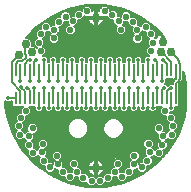
<source format=gtl>
G75*
%MOIN*%
%OFA0B0*%
%FSLAX25Y25*%
%IPPOS*%
%LPD*%
%AMOC8*
5,1,8,0,0,1.08239X$1,22.5*
%
%ADD10C,0.02953*%
%ADD11R,0.00787X0.04488*%
%ADD12C,0.02100*%
%ADD13C,0.01387*%
%ADD14C,0.00500*%
%ADD15C,0.01000*%
%ADD16C,0.00787*%
%ADD17C,0.00591*%
D10*
X0054596Y0034911D03*
X0033258Y0073494D03*
X0031171Y0076250D03*
X0028967Y0072667D03*
X0054596Y0084911D03*
X0077037Y0077037D03*
X0076250Y0073494D03*
X0079793Y0073494D03*
D11*
X0079793Y0067470D03*
X0081368Y0067470D03*
X0078219Y0067470D03*
X0076644Y0067470D03*
X0075069Y0067470D03*
X0073494Y0067470D03*
X0071919Y0067470D03*
X0070344Y0067470D03*
X0068770Y0067470D03*
X0067195Y0067470D03*
X0065620Y0067470D03*
X0064045Y0067470D03*
X0062470Y0067470D03*
X0060896Y0067470D03*
X0059321Y0067470D03*
X0057746Y0067470D03*
X0056171Y0067470D03*
X0054596Y0067470D03*
X0053022Y0067470D03*
X0051447Y0067470D03*
X0049872Y0067470D03*
X0048297Y0067470D03*
X0046722Y0067470D03*
X0045148Y0067470D03*
X0043573Y0067470D03*
X0041998Y0067470D03*
X0040423Y0067470D03*
X0038848Y0067470D03*
X0037274Y0067470D03*
X0035699Y0067470D03*
X0034124Y0067470D03*
X0032549Y0067470D03*
X0030974Y0067470D03*
X0029400Y0067470D03*
X0027825Y0067470D03*
X0027825Y0058258D03*
X0029400Y0058258D03*
X0030974Y0058258D03*
X0032549Y0058258D03*
X0034124Y0058258D03*
X0035699Y0058258D03*
X0037274Y0058258D03*
X0038848Y0058258D03*
X0040423Y0058258D03*
X0041998Y0058258D03*
X0043573Y0058258D03*
X0045148Y0058258D03*
X0046722Y0058258D03*
X0048297Y0058258D03*
X0049872Y0058258D03*
X0051447Y0058258D03*
X0053022Y0058258D03*
X0054596Y0058258D03*
X0056171Y0058258D03*
X0057746Y0058258D03*
X0059321Y0058258D03*
X0060896Y0058258D03*
X0062470Y0058258D03*
X0064045Y0058258D03*
X0065620Y0058258D03*
X0067195Y0058258D03*
X0068770Y0058258D03*
X0070344Y0058258D03*
X0071919Y0058258D03*
X0073494Y0058258D03*
X0075069Y0058258D03*
X0076644Y0058258D03*
X0078219Y0058258D03*
X0079793Y0058258D03*
X0081368Y0058258D03*
D12*
X0077778Y0053957D03*
X0079634Y0051711D03*
X0080289Y0048862D03*
X0079830Y0046004D03*
X0076913Y0045477D03*
X0076809Y0042555D03*
X0075625Y0039913D03*
X0072671Y0040159D03*
X0072187Y0043032D03*
X0071814Y0037364D03*
X0069988Y0035118D03*
X0067198Y0036121D03*
X0065647Y0033643D03*
X0063301Y0031946D03*
X0060866Y0033636D03*
X0058726Y0031644D03*
X0056021Y0030612D03*
X0053172Y0030612D03*
X0050467Y0031644D03*
X0048327Y0033636D03*
X0045892Y0031946D03*
X0043546Y0033643D03*
X0041995Y0036121D03*
X0039205Y0035118D03*
X0037379Y0037364D03*
X0036522Y0040159D03*
X0037006Y0043032D03*
X0033568Y0039913D03*
X0032384Y0042555D03*
X0032280Y0045477D03*
X0033492Y0048126D03*
X0029559Y0051711D03*
X0031415Y0053957D03*
X0028904Y0048862D03*
X0029363Y0046004D03*
X0041720Y0039021D03*
X0047311Y0036366D03*
X0061882Y0036366D03*
X0067473Y0039021D03*
X0075701Y0048126D03*
X0072994Y0073880D03*
X0073629Y0076723D03*
X0072919Y0079559D03*
X0071213Y0081898D03*
X0068374Y0081043D03*
X0066955Y0083598D03*
X0064701Y0085416D03*
X0062181Y0083855D03*
X0063053Y0081076D03*
X0060148Y0085956D03*
X0057501Y0087129D03*
X0051692Y0087129D03*
X0049045Y0085956D03*
X0047012Y0083855D03*
X0046140Y0081076D03*
X0044492Y0085416D03*
X0042238Y0083598D03*
X0040819Y0081043D03*
X0040695Y0078132D03*
X0037980Y0081898D03*
X0036274Y0079559D03*
X0035564Y0076723D03*
X0036199Y0073880D03*
X0068497Y0078132D03*
D13*
X0069557Y0084321D03*
X0075463Y0079990D03*
X0074281Y0070935D03*
X0071919Y0070935D03*
X0068770Y0070935D03*
X0065620Y0070935D03*
X0062470Y0070935D03*
X0059321Y0070935D03*
X0056171Y0070935D03*
X0053022Y0070935D03*
X0049872Y0070935D03*
X0046722Y0070935D03*
X0043573Y0070935D03*
X0040423Y0070935D03*
X0037274Y0070935D03*
X0034518Y0070935D03*
X0032549Y0070935D03*
X0032549Y0064045D03*
X0031762Y0061683D03*
X0029793Y0062077D03*
X0029400Y0064045D03*
X0034124Y0061683D03*
X0035699Y0064045D03*
X0037274Y0061683D03*
X0038848Y0064045D03*
X0040423Y0061683D03*
X0041998Y0064045D03*
X0043573Y0061683D03*
X0045148Y0064045D03*
X0046722Y0061683D03*
X0048297Y0064045D03*
X0049872Y0061683D03*
X0051447Y0064045D03*
X0053022Y0061683D03*
X0054596Y0064045D03*
X0056171Y0061683D03*
X0057746Y0064045D03*
X0059321Y0061683D03*
X0060896Y0064045D03*
X0062470Y0061683D03*
X0064045Y0064045D03*
X0065620Y0061683D03*
X0067195Y0064045D03*
X0068770Y0061683D03*
X0070344Y0064045D03*
X0071919Y0061683D03*
X0073494Y0064045D03*
X0075069Y0061683D03*
X0076644Y0064045D03*
X0078652Y0063337D03*
X0079793Y0061683D03*
X0077431Y0061683D03*
X0084124Y0062077D03*
X0084124Y0055778D03*
X0079793Y0054793D03*
X0073494Y0054793D03*
X0070344Y0054793D03*
X0067195Y0054793D03*
X0064045Y0054793D03*
X0060896Y0054793D03*
X0059321Y0052431D03*
X0057746Y0054793D03*
X0054596Y0054793D03*
X0051447Y0054793D03*
X0048297Y0054793D03*
X0045148Y0054793D03*
X0041998Y0054793D03*
X0038848Y0054793D03*
X0035699Y0054793D03*
X0025069Y0055384D03*
X0025300Y0058337D03*
X0029793Y0042982D03*
X0034518Y0037077D03*
X0040817Y0032746D03*
X0048219Y0030344D03*
X0061053Y0030305D03*
X0068376Y0032746D03*
X0074360Y0037510D03*
X0079124Y0043415D03*
X0077037Y0070935D03*
X0062470Y0087470D03*
X0054557Y0088415D03*
X0046801Y0087392D03*
X0039636Y0084242D03*
X0033533Y0079518D03*
D14*
X0030142Y0040915D02*
X0034389Y0036254D01*
X0039506Y0032570D01*
X0045274Y0030022D01*
X0051444Y0028720D01*
X0057749Y0028720D01*
X0063919Y0030022D01*
X0069687Y0032570D01*
X0074804Y0036254D01*
X0079050Y0040915D01*
X0082243Y0046353D01*
X0084243Y0052333D01*
X0084762Y0055413D01*
X0084762Y0062442D01*
X0084243Y0065522D01*
X0083612Y0067410D01*
X0083612Y0064229D01*
X0082805Y0063422D01*
X0082805Y0063358D01*
X0082313Y0062866D01*
X0082313Y0060870D01*
X0082412Y0060771D01*
X0082412Y0055745D01*
X0082031Y0055364D01*
X0081123Y0055364D01*
X0081137Y0055350D01*
X0081137Y0054237D01*
X0080350Y0053450D01*
X0079478Y0053450D01*
X0079478Y0053411D01*
X0080338Y0053411D01*
X0081334Y0052415D01*
X0081334Y0051007D01*
X0080889Y0050562D01*
X0080993Y0050562D01*
X0081989Y0049566D01*
X0081989Y0048158D01*
X0081034Y0047203D01*
X0081530Y0046708D01*
X0081530Y0045299D01*
X0080534Y0044304D01*
X0079126Y0044304D01*
X0078613Y0044817D01*
X0078613Y0044773D01*
X0077804Y0043964D01*
X0078508Y0043260D01*
X0078508Y0041851D01*
X0077513Y0040855D01*
X0077087Y0040855D01*
X0077325Y0040617D01*
X0077325Y0039209D01*
X0076330Y0038213D01*
X0074921Y0038213D01*
X0074025Y0039109D01*
X0073375Y0038459D01*
X0073124Y0038459D01*
X0073514Y0038069D01*
X0073514Y0036660D01*
X0072518Y0035664D01*
X0071688Y0035664D01*
X0071688Y0034414D01*
X0070692Y0033418D01*
X0069283Y0033418D01*
X0068288Y0034414D01*
X0068288Y0034806D01*
X0067902Y0034421D01*
X0067273Y0034421D01*
X0067347Y0034347D01*
X0067347Y0032939D01*
X0066351Y0031943D01*
X0065001Y0031943D01*
X0065001Y0031242D01*
X0064005Y0030246D01*
X0062597Y0030246D01*
X0061601Y0031242D01*
X0061601Y0031967D01*
X0061570Y0031936D01*
X0060426Y0031936D01*
X0060426Y0030940D01*
X0059430Y0029944D01*
X0058022Y0029944D01*
X0057721Y0030245D01*
X0057721Y0029908D01*
X0056725Y0028912D01*
X0055317Y0028912D01*
X0054596Y0029633D01*
X0053876Y0028912D01*
X0052468Y0028912D01*
X0051472Y0029908D01*
X0051472Y0030245D01*
X0051171Y0029944D01*
X0049763Y0029944D01*
X0048767Y0030940D01*
X0048767Y0031936D01*
X0047623Y0031936D01*
X0047592Y0031967D01*
X0047592Y0031242D01*
X0046596Y0030246D01*
X0045188Y0030246D01*
X0044192Y0031242D01*
X0044192Y0031943D01*
X0042842Y0031943D01*
X0041846Y0032939D01*
X0041846Y0034347D01*
X0041920Y0034421D01*
X0041291Y0034421D01*
X0040905Y0034806D01*
X0040905Y0034414D01*
X0039909Y0033418D01*
X0038501Y0033418D01*
X0037505Y0034414D01*
X0037505Y0035664D01*
X0036674Y0035664D01*
X0035679Y0036660D01*
X0035679Y0038069D01*
X0036069Y0038459D01*
X0035818Y0038459D01*
X0035168Y0039109D01*
X0034272Y0038213D01*
X0032863Y0038213D01*
X0031868Y0039209D01*
X0031868Y0040617D01*
X0032106Y0040855D01*
X0031680Y0040855D01*
X0030684Y0041851D01*
X0030684Y0043260D01*
X0031389Y0043964D01*
X0030580Y0044773D01*
X0030580Y0044817D01*
X0030067Y0044304D01*
X0028659Y0044304D01*
X0027663Y0045299D01*
X0027663Y0046708D01*
X0028159Y0047203D01*
X0027204Y0048158D01*
X0027204Y0049566D01*
X0028200Y0050562D01*
X0028304Y0050562D01*
X0027859Y0051007D01*
X0027859Y0052415D01*
X0028855Y0053411D01*
X0029715Y0053411D01*
X0029715Y0054661D01*
X0030418Y0055364D01*
X0030311Y0055364D01*
X0030187Y0055488D01*
X0030063Y0055364D01*
X0028737Y0055364D01*
X0028612Y0055488D01*
X0028488Y0055364D01*
X0027162Y0055364D01*
X0026781Y0055745D01*
X0026781Y0057391D01*
X0026255Y0057391D01*
X0025857Y0056993D01*
X0024743Y0056993D01*
X0024431Y0057306D01*
X0024431Y0055413D01*
X0024949Y0052333D01*
X0026950Y0046353D01*
X0030142Y0040915D01*
X0030104Y0040981D02*
X0031555Y0040981D01*
X0031868Y0040482D02*
X0030537Y0040482D01*
X0030991Y0039984D02*
X0031868Y0039984D01*
X0031868Y0039485D02*
X0031445Y0039485D01*
X0031899Y0038987D02*
X0032090Y0038987D01*
X0032353Y0038488D02*
X0032588Y0038488D01*
X0032807Y0037990D02*
X0035679Y0037990D01*
X0035679Y0037491D02*
X0033262Y0037491D01*
X0033716Y0036993D02*
X0035679Y0036993D01*
X0035845Y0036494D02*
X0034170Y0036494D01*
X0034747Y0035996D02*
X0036343Y0035996D01*
X0036132Y0034999D02*
X0037505Y0034999D01*
X0037505Y0035497D02*
X0035440Y0035497D01*
X0036825Y0034500D02*
X0037505Y0034500D01*
X0037517Y0034002D02*
X0037918Y0034002D01*
X0038210Y0033503D02*
X0038416Y0033503D01*
X0038902Y0033005D02*
X0041846Y0033005D01*
X0041846Y0033503D02*
X0039994Y0033503D01*
X0040493Y0034002D02*
X0041846Y0034002D01*
X0041211Y0034500D02*
X0040905Y0034500D01*
X0040295Y0036433D02*
X0039909Y0036818D01*
X0039079Y0036818D01*
X0039079Y0038069D01*
X0038083Y0039064D01*
X0037831Y0039064D01*
X0038222Y0039455D01*
X0038222Y0040863D01*
X0037732Y0041353D01*
X0038706Y0042328D01*
X0038706Y0043736D01*
X0037710Y0044732D01*
X0036302Y0044732D01*
X0035306Y0043736D01*
X0035306Y0042328D01*
X0035796Y0041838D01*
X0034921Y0040963D01*
X0034272Y0041613D01*
X0033846Y0041613D01*
X0034084Y0041851D01*
X0034084Y0043260D01*
X0033276Y0044068D01*
X0033980Y0044773D01*
X0033980Y0046181D01*
X0033735Y0046426D01*
X0034196Y0046426D01*
X0035192Y0047422D01*
X0035192Y0048830D01*
X0034196Y0049826D01*
X0032788Y0049826D01*
X0031792Y0048830D01*
X0031792Y0047422D01*
X0032037Y0047177D01*
X0031576Y0047177D01*
X0031063Y0046664D01*
X0031063Y0046708D01*
X0030108Y0047662D01*
X0030604Y0048158D01*
X0030604Y0049566D01*
X0030159Y0050011D01*
X0030263Y0050011D01*
X0031259Y0051007D01*
X0031259Y0052257D01*
X0032120Y0052257D01*
X0033115Y0053252D01*
X0033115Y0054661D01*
X0032412Y0055364D01*
X0033212Y0055364D01*
X0033337Y0055488D01*
X0033461Y0055364D01*
X0034369Y0055364D01*
X0034355Y0055350D01*
X0034355Y0054237D01*
X0035142Y0053450D01*
X0036255Y0053450D01*
X0037043Y0054237D01*
X0037043Y0055350D01*
X0037029Y0055364D01*
X0037519Y0055364D01*
X0037505Y0055350D01*
X0037505Y0054237D01*
X0038292Y0053450D01*
X0039405Y0053450D01*
X0040192Y0054237D01*
X0040192Y0055350D01*
X0040178Y0055364D01*
X0040668Y0055364D01*
X0040654Y0055350D01*
X0040654Y0054237D01*
X0041441Y0053450D01*
X0042555Y0053450D01*
X0043342Y0054237D01*
X0043342Y0055350D01*
X0043328Y0055364D01*
X0043818Y0055364D01*
X0043804Y0055350D01*
X0043804Y0054237D01*
X0044591Y0053450D01*
X0045704Y0053450D01*
X0046491Y0054237D01*
X0046491Y0055350D01*
X0046477Y0055364D01*
X0046967Y0055364D01*
X0046954Y0055350D01*
X0046954Y0054237D01*
X0047741Y0053450D01*
X0048854Y0053450D01*
X0049641Y0054237D01*
X0049641Y0055350D01*
X0049627Y0055364D01*
X0050117Y0055364D01*
X0050103Y0055350D01*
X0050103Y0054237D01*
X0050890Y0053450D01*
X0052003Y0053450D01*
X0052791Y0054237D01*
X0052791Y0055350D01*
X0052777Y0055364D01*
X0053267Y0055364D01*
X0053253Y0055350D01*
X0053253Y0054237D01*
X0054040Y0053450D01*
X0055153Y0053450D01*
X0055940Y0054237D01*
X0055940Y0055350D01*
X0055926Y0055364D01*
X0056416Y0055364D01*
X0056402Y0055350D01*
X0056402Y0054237D01*
X0057189Y0053450D01*
X0058303Y0053450D01*
X0059090Y0054237D01*
X0059090Y0055350D01*
X0059076Y0055364D01*
X0059566Y0055364D01*
X0059552Y0055350D01*
X0059552Y0054237D01*
X0060339Y0053450D01*
X0061452Y0053450D01*
X0062239Y0054237D01*
X0062239Y0055350D01*
X0062225Y0055364D01*
X0062715Y0055364D01*
X0062702Y0055350D01*
X0062702Y0054237D01*
X0063489Y0053450D01*
X0064602Y0053450D01*
X0065389Y0054237D01*
X0065389Y0055350D01*
X0065375Y0055364D01*
X0065865Y0055364D01*
X0065851Y0055350D01*
X0065851Y0054237D01*
X0066638Y0053450D01*
X0067751Y0053450D01*
X0068539Y0054237D01*
X0068539Y0055350D01*
X0068525Y0055364D01*
X0069015Y0055364D01*
X0069001Y0055350D01*
X0069001Y0054237D01*
X0069788Y0053450D01*
X0070901Y0053450D01*
X0071688Y0054237D01*
X0071688Y0055350D01*
X0071674Y0055364D01*
X0072164Y0055364D01*
X0072150Y0055350D01*
X0072150Y0054237D01*
X0072938Y0053450D01*
X0074051Y0053450D01*
X0074838Y0054237D01*
X0074838Y0055350D01*
X0074824Y0055364D01*
X0075732Y0055364D01*
X0075856Y0055488D01*
X0075981Y0055364D01*
X0076781Y0055364D01*
X0076078Y0054661D01*
X0076078Y0053252D01*
X0077073Y0052257D01*
X0077934Y0052257D01*
X0077934Y0051007D01*
X0078929Y0050011D01*
X0079034Y0050011D01*
X0078589Y0049566D01*
X0078589Y0048158D01*
X0079085Y0047662D01*
X0078130Y0046708D01*
X0078130Y0046664D01*
X0077617Y0047177D01*
X0077156Y0047177D01*
X0077401Y0047422D01*
X0077401Y0048830D01*
X0076405Y0049826D01*
X0074997Y0049826D01*
X0074001Y0048830D01*
X0074001Y0047422D01*
X0074997Y0046426D01*
X0075458Y0046426D01*
X0075213Y0046181D01*
X0075213Y0044773D01*
X0075917Y0044068D01*
X0075109Y0043260D01*
X0075109Y0041851D01*
X0075347Y0041613D01*
X0074921Y0041613D01*
X0074271Y0040963D01*
X0073397Y0041838D01*
X0073887Y0042328D01*
X0073887Y0043736D01*
X0072891Y0044732D01*
X0071482Y0044732D01*
X0070487Y0043736D01*
X0070487Y0042328D01*
X0071461Y0041353D01*
X0070971Y0040863D01*
X0070971Y0039455D01*
X0071362Y0039064D01*
X0071110Y0039064D01*
X0070114Y0038069D01*
X0070114Y0036818D01*
X0069283Y0036818D01*
X0068898Y0036433D01*
X0068898Y0036825D01*
X0068290Y0037433D01*
X0069173Y0038317D01*
X0069173Y0039725D01*
X0068177Y0040721D01*
X0066769Y0040721D01*
X0065773Y0039725D01*
X0065773Y0038317D01*
X0066382Y0037709D01*
X0065498Y0036825D01*
X0065498Y0035416D01*
X0065571Y0035343D01*
X0064943Y0035343D01*
X0063947Y0034347D01*
X0063947Y0033646D01*
X0062597Y0033646D01*
X0062566Y0033615D01*
X0062566Y0034340D01*
X0062240Y0034666D01*
X0062587Y0034666D01*
X0063582Y0035662D01*
X0063582Y0037071D01*
X0062587Y0038066D01*
X0061178Y0038066D01*
X0060182Y0037071D01*
X0060182Y0035662D01*
X0060508Y0035336D01*
X0060162Y0035336D01*
X0059166Y0034340D01*
X0059166Y0033344D01*
X0058022Y0033344D01*
X0057026Y0032349D01*
X0057026Y0032011D01*
X0056725Y0032312D01*
X0055446Y0032312D01*
X0055888Y0032495D01*
X0056334Y0032794D01*
X0056714Y0033173D01*
X0057013Y0033620D01*
X0057218Y0034116D01*
X0057323Y0034643D01*
X0057323Y0034669D01*
X0054839Y0034669D01*
X0054839Y0035154D01*
X0054354Y0035154D01*
X0054354Y0037638D01*
X0054328Y0037638D01*
X0053801Y0037533D01*
X0053305Y0037327D01*
X0052858Y0037029D01*
X0052479Y0036649D01*
X0052180Y0036203D01*
X0051975Y0035707D01*
X0051870Y0035180D01*
X0051870Y0035154D01*
X0054354Y0035154D01*
X0054354Y0034669D01*
X0051870Y0034669D01*
X0051870Y0034643D01*
X0051975Y0034116D01*
X0052180Y0033620D01*
X0052479Y0033173D01*
X0052858Y0032794D01*
X0053305Y0032495D01*
X0053747Y0032312D01*
X0052468Y0032312D01*
X0052167Y0032011D01*
X0052167Y0032349D01*
X0051171Y0033344D01*
X0050027Y0033344D01*
X0050027Y0034340D01*
X0049031Y0035336D01*
X0048684Y0035336D01*
X0049010Y0035662D01*
X0049010Y0037071D01*
X0048015Y0038066D01*
X0046606Y0038066D01*
X0045611Y0037071D01*
X0045611Y0035662D01*
X0046606Y0034666D01*
X0046953Y0034666D01*
X0046627Y0034340D01*
X0046627Y0033615D01*
X0046596Y0033646D01*
X0045246Y0033646D01*
X0045246Y0034347D01*
X0044250Y0035343D01*
X0043621Y0035343D01*
X0043695Y0035416D01*
X0043695Y0036825D01*
X0042811Y0037709D01*
X0043420Y0038317D01*
X0043420Y0039725D01*
X0042424Y0040721D01*
X0041015Y0040721D01*
X0040020Y0039725D01*
X0040020Y0038317D01*
X0040903Y0037433D01*
X0040295Y0036825D01*
X0040295Y0036433D01*
X0040295Y0036494D02*
X0040234Y0036494D01*
X0040463Y0036993D02*
X0039079Y0036993D01*
X0039079Y0037491D02*
X0040845Y0037491D01*
X0040347Y0037990D02*
X0039079Y0037990D01*
X0038659Y0038488D02*
X0040020Y0038488D01*
X0040020Y0038987D02*
X0038160Y0038987D01*
X0038222Y0039485D02*
X0040020Y0039485D01*
X0040278Y0039984D02*
X0038222Y0039984D01*
X0038222Y0040482D02*
X0040777Y0040482D01*
X0042663Y0040482D02*
X0066530Y0040482D01*
X0066032Y0039984D02*
X0043161Y0039984D01*
X0043420Y0039485D02*
X0065773Y0039485D01*
X0065773Y0038987D02*
X0043420Y0038987D01*
X0043420Y0038488D02*
X0065773Y0038488D01*
X0066100Y0037990D02*
X0062663Y0037990D01*
X0063162Y0037491D02*
X0066164Y0037491D01*
X0065666Y0036993D02*
X0063582Y0036993D01*
X0063582Y0036494D02*
X0065498Y0036494D01*
X0065498Y0035996D02*
X0063582Y0035996D01*
X0063417Y0035497D02*
X0065498Y0035497D01*
X0064598Y0034999D02*
X0062919Y0034999D01*
X0062406Y0034500D02*
X0064100Y0034500D01*
X0063947Y0034002D02*
X0062566Y0034002D01*
X0061601Y0031509D02*
X0060426Y0031509D01*
X0060426Y0031011D02*
X0061832Y0031011D01*
X0062331Y0030512D02*
X0059998Y0030512D01*
X0059500Y0030014D02*
X0063880Y0030014D01*
X0064271Y0030512D02*
X0065029Y0030512D01*
X0064770Y0031011D02*
X0066157Y0031011D01*
X0066416Y0032008D02*
X0068414Y0032008D01*
X0069543Y0032506D02*
X0066914Y0032506D01*
X0067347Y0033005D02*
X0070291Y0033005D01*
X0070777Y0033503D02*
X0070983Y0033503D01*
X0071275Y0034002D02*
X0071676Y0034002D01*
X0071688Y0034500D02*
X0072368Y0034500D01*
X0071688Y0034999D02*
X0073061Y0034999D01*
X0073753Y0035497D02*
X0071688Y0035497D01*
X0072850Y0035996D02*
X0074446Y0035996D01*
X0075023Y0036494D02*
X0073348Y0036494D01*
X0073514Y0036993D02*
X0075477Y0036993D01*
X0075931Y0037491D02*
X0073514Y0037491D01*
X0073514Y0037990D02*
X0076385Y0037990D01*
X0076605Y0038488D02*
X0076840Y0038488D01*
X0077103Y0038987D02*
X0077294Y0038987D01*
X0077325Y0039485D02*
X0077748Y0039485D01*
X0077325Y0039984D02*
X0078202Y0039984D01*
X0078656Y0040482D02*
X0077325Y0040482D01*
X0077638Y0040981D02*
X0079089Y0040981D01*
X0079382Y0041479D02*
X0078136Y0041479D01*
X0078508Y0041978D02*
X0079674Y0041978D01*
X0079967Y0042476D02*
X0078508Y0042476D01*
X0078508Y0042975D02*
X0080260Y0042975D01*
X0080552Y0043473D02*
X0078295Y0043473D01*
X0077812Y0043972D02*
X0080845Y0043972D01*
X0080701Y0044470D02*
X0081138Y0044470D01*
X0081199Y0044969D02*
X0081430Y0044969D01*
X0081530Y0045467D02*
X0081723Y0045467D01*
X0081530Y0045966D02*
X0082016Y0045966D01*
X0082280Y0046464D02*
X0081530Y0046464D01*
X0081275Y0046963D02*
X0082447Y0046963D01*
X0082614Y0047461D02*
X0081292Y0047461D01*
X0081791Y0047960D02*
X0082780Y0047960D01*
X0082947Y0048458D02*
X0081989Y0048458D01*
X0081989Y0048957D02*
X0083114Y0048957D01*
X0083281Y0049455D02*
X0081989Y0049455D01*
X0081601Y0049954D02*
X0083448Y0049954D01*
X0083614Y0050452D02*
X0081103Y0050452D01*
X0081278Y0050951D02*
X0083781Y0050951D01*
X0083948Y0051449D02*
X0081334Y0051449D01*
X0081334Y0051948D02*
X0084115Y0051948D01*
X0084263Y0052447D02*
X0081302Y0052447D01*
X0080804Y0052945D02*
X0084347Y0052945D01*
X0084431Y0053444D02*
X0079478Y0053444D01*
X0079793Y0054793D02*
X0079793Y0058258D01*
X0078219Y0058258D02*
X0078219Y0060570D01*
X0079331Y0061683D01*
X0079793Y0061683D01*
X0078627Y0062417D02*
X0078598Y0062417D01*
X0078612Y0062402D02*
X0077988Y0063027D01*
X0077525Y0063027D01*
X0077987Y0063489D01*
X0077987Y0064576D01*
X0078881Y0064576D01*
X0079006Y0064701D01*
X0079130Y0064576D01*
X0079906Y0064576D01*
X0079974Y0064459D01*
X0080207Y0064226D01*
X0080492Y0064062D01*
X0080763Y0063989D01*
X0080423Y0063649D01*
X0080423Y0062954D01*
X0080350Y0063027D01*
X0079237Y0063027D01*
X0078612Y0062402D01*
X0078099Y0062915D02*
X0079125Y0062915D01*
X0077912Y0063414D02*
X0080423Y0063414D01*
X0080686Y0063912D02*
X0077987Y0063912D01*
X0077987Y0064411D02*
X0080022Y0064411D01*
X0081368Y0064595D02*
X0081368Y0067470D01*
X0081368Y0067470D01*
X0081368Y0064595D01*
X0081368Y0064595D01*
X0081368Y0064909D02*
X0081368Y0064909D01*
X0081368Y0065408D02*
X0081368Y0065408D01*
X0081368Y0065906D02*
X0081368Y0065906D01*
X0081368Y0066405D02*
X0081368Y0066405D01*
X0081368Y0066903D02*
X0081368Y0066903D01*
X0081368Y0067402D02*
X0081368Y0067402D01*
X0079793Y0067470D02*
X0079793Y0070344D01*
X0076644Y0073494D01*
X0076250Y0073494D01*
X0077037Y0070935D02*
X0078219Y0069754D01*
X0078219Y0067470D01*
X0076644Y0067470D02*
X0076644Y0064045D01*
X0077431Y0061683D02*
X0076644Y0060896D01*
X0076644Y0058258D01*
X0075069Y0058258D02*
X0075069Y0061683D01*
X0073494Y0064045D02*
X0073494Y0067470D01*
X0071919Y0067470D02*
X0071919Y0070935D01*
X0070972Y0071888D02*
X0069717Y0071888D01*
X0069326Y0072279D02*
X0070113Y0071492D01*
X0070113Y0070378D01*
X0070099Y0070365D01*
X0070590Y0070365D01*
X0070576Y0070378D01*
X0070576Y0071492D01*
X0071363Y0072279D01*
X0072191Y0072279D01*
X0071294Y0073176D01*
X0071294Y0074584D01*
X0072290Y0075580D01*
X0072368Y0075580D01*
X0071929Y0076019D01*
X0071929Y0077428D01*
X0072360Y0077859D01*
X0072215Y0077859D01*
X0071219Y0078855D01*
X0071219Y0080198D01*
X0070508Y0080198D01*
X0070074Y0080632D01*
X0070074Y0080339D01*
X0069385Y0079649D01*
X0070197Y0078836D01*
X0070197Y0077428D01*
X0069202Y0076432D01*
X0067793Y0076432D01*
X0066797Y0077428D01*
X0066797Y0078836D01*
X0067487Y0079526D01*
X0066674Y0080339D01*
X0066674Y0081747D01*
X0066826Y0081898D01*
X0066251Y0081898D01*
X0065255Y0082894D01*
X0065255Y0083716D01*
X0063997Y0083716D01*
X0063881Y0083832D01*
X0063881Y0083151D01*
X0063505Y0082776D01*
X0063757Y0082776D01*
X0064753Y0081780D01*
X0064753Y0080371D01*
X0063757Y0079376D01*
X0062349Y0079376D01*
X0061353Y0080371D01*
X0061353Y0081780D01*
X0061729Y0082155D01*
X0061477Y0082155D01*
X0060481Y0083151D01*
X0060481Y0084256D01*
X0059444Y0084256D01*
X0058448Y0085252D01*
X0058448Y0085672D01*
X0058205Y0085429D01*
X0057273Y0085429D01*
X0057323Y0085180D01*
X0057323Y0085154D01*
X0054839Y0085154D01*
X0054839Y0084669D01*
X0057323Y0084669D01*
X0057323Y0084643D01*
X0057218Y0084116D01*
X0057013Y0083620D01*
X0056714Y0083173D01*
X0056334Y0082794D01*
X0055888Y0082495D01*
X0055392Y0082290D01*
X0054865Y0082185D01*
X0054839Y0082185D01*
X0054839Y0084669D01*
X0054354Y0084669D01*
X0051870Y0084669D01*
X0051870Y0084643D01*
X0051975Y0084116D01*
X0052180Y0083620D01*
X0052479Y0083173D01*
X0052858Y0082794D01*
X0053305Y0082495D01*
X0053801Y0082290D01*
X0054328Y0082185D01*
X0054354Y0082185D01*
X0054354Y0084669D01*
X0054354Y0085154D01*
X0054354Y0087638D01*
X0054328Y0087638D01*
X0053801Y0087533D01*
X0053392Y0087363D01*
X0053392Y0087833D01*
X0052396Y0088828D01*
X0050988Y0088828D01*
X0049992Y0087833D01*
X0049992Y0087413D01*
X0049749Y0087656D01*
X0048340Y0087656D01*
X0047345Y0086661D01*
X0047345Y0085555D01*
X0046308Y0085555D01*
X0046192Y0085439D01*
X0046192Y0086120D01*
X0045196Y0087116D01*
X0043788Y0087116D01*
X0042792Y0086120D01*
X0042792Y0085298D01*
X0041534Y0085298D01*
X0040538Y0084303D01*
X0040538Y0082894D01*
X0040689Y0082743D01*
X0040115Y0082743D01*
X0039680Y0082309D01*
X0039680Y0082602D01*
X0038685Y0083598D01*
X0037276Y0083598D01*
X0036280Y0082602D01*
X0036280Y0081259D01*
X0035570Y0081259D01*
X0034574Y0080263D01*
X0034574Y0078855D01*
X0035005Y0078423D01*
X0034860Y0078423D01*
X0033864Y0077428D01*
X0033864Y0076019D01*
X0034860Y0075023D01*
X0034938Y0075023D01*
X0034837Y0074922D01*
X0034139Y0075620D01*
X0033298Y0075620D01*
X0033298Y0077131D01*
X0032052Y0078376D01*
X0031452Y0078376D01*
X0034389Y0081601D01*
X0039506Y0085285D01*
X0045274Y0087833D01*
X0051444Y0089135D01*
X0057749Y0089135D01*
X0063919Y0087833D01*
X0069687Y0085285D01*
X0074804Y0081601D01*
X0076522Y0079715D01*
X0076242Y0079659D01*
X0075746Y0079453D01*
X0075299Y0079155D01*
X0074920Y0078775D01*
X0074621Y0078329D01*
X0074565Y0078192D01*
X0074333Y0078423D01*
X0074188Y0078423D01*
X0074619Y0078855D01*
X0074619Y0080263D01*
X0073623Y0081259D01*
X0072913Y0081259D01*
X0072913Y0082602D01*
X0071917Y0083598D01*
X0070508Y0083598D01*
X0069513Y0082602D01*
X0069513Y0082309D01*
X0069078Y0082743D01*
X0068503Y0082743D01*
X0068655Y0082894D01*
X0068655Y0084303D01*
X0067659Y0085298D01*
X0066401Y0085298D01*
X0066401Y0086120D01*
X0065405Y0087116D01*
X0063997Y0087116D01*
X0063001Y0086120D01*
X0063001Y0085439D01*
X0062885Y0085555D01*
X0061848Y0085555D01*
X0061848Y0086661D01*
X0060853Y0087656D01*
X0059444Y0087656D01*
X0059201Y0087413D01*
X0059201Y0087833D01*
X0058205Y0088828D01*
X0056797Y0088828D01*
X0055801Y0087833D01*
X0055801Y0087363D01*
X0055392Y0087533D01*
X0054865Y0087638D01*
X0054839Y0087638D01*
X0054839Y0085154D01*
X0054354Y0085154D01*
X0051870Y0085154D01*
X0051870Y0085180D01*
X0051920Y0085429D01*
X0050988Y0085429D01*
X0050744Y0085672D01*
X0050744Y0085252D01*
X0049749Y0084256D01*
X0048712Y0084256D01*
X0048712Y0083151D01*
X0047716Y0082155D01*
X0047464Y0082155D01*
X0047840Y0081780D01*
X0047840Y0080371D01*
X0046844Y0079376D01*
X0045436Y0079376D01*
X0044440Y0080371D01*
X0044440Y0081780D01*
X0045436Y0082776D01*
X0045688Y0082776D01*
X0045312Y0083151D01*
X0045312Y0083832D01*
X0045196Y0083716D01*
X0043938Y0083716D01*
X0043938Y0082894D01*
X0042942Y0081898D01*
X0042367Y0081898D01*
X0042519Y0081747D01*
X0042519Y0080339D01*
X0041706Y0079526D01*
X0042395Y0078836D01*
X0042395Y0077428D01*
X0041400Y0076432D01*
X0039991Y0076432D01*
X0038995Y0077428D01*
X0038995Y0078836D01*
X0039808Y0079649D01*
X0039119Y0080339D01*
X0039119Y0080632D01*
X0038685Y0080198D01*
X0037974Y0080198D01*
X0037974Y0078855D01*
X0036978Y0077859D01*
X0036833Y0077859D01*
X0037264Y0077428D01*
X0037264Y0076019D01*
X0036825Y0075580D01*
X0036903Y0075580D01*
X0037899Y0074584D01*
X0037899Y0073176D01*
X0037002Y0072279D01*
X0037830Y0072279D01*
X0038617Y0071492D01*
X0038617Y0070378D01*
X0038603Y0070365D01*
X0039093Y0070365D01*
X0039080Y0070378D01*
X0039080Y0071492D01*
X0039867Y0072279D01*
X0040980Y0072279D01*
X0041767Y0071492D01*
X0041767Y0070378D01*
X0041753Y0070365D01*
X0042243Y0070365D01*
X0042229Y0070378D01*
X0042229Y0071492D01*
X0043016Y0072279D01*
X0044129Y0072279D01*
X0044917Y0071492D01*
X0044917Y0070378D01*
X0044903Y0070365D01*
X0045393Y0070365D01*
X0045379Y0070378D01*
X0045379Y0071492D01*
X0046166Y0072279D01*
X0047279Y0072279D01*
X0048066Y0071492D01*
X0048066Y0070378D01*
X0048052Y0070365D01*
X0048542Y0070365D01*
X0048528Y0070378D01*
X0048528Y0071492D01*
X0049315Y0072279D01*
X0050429Y0072279D01*
X0051216Y0071492D01*
X0051216Y0070378D01*
X0051202Y0070365D01*
X0051692Y0070365D01*
X0051678Y0070378D01*
X0051678Y0071492D01*
X0052465Y0072279D01*
X0053578Y0072279D01*
X0054365Y0071492D01*
X0054365Y0070378D01*
X0054351Y0070365D01*
X0054841Y0070365D01*
X0054828Y0070378D01*
X0054828Y0071492D01*
X0055615Y0072279D01*
X0056728Y0072279D01*
X0057515Y0071492D01*
X0057515Y0070378D01*
X0057501Y0070365D01*
X0057991Y0070365D01*
X0057977Y0070378D01*
X0057977Y0071492D01*
X0058764Y0072279D01*
X0059877Y0072279D01*
X0060665Y0071492D01*
X0060665Y0070378D01*
X0060651Y0070365D01*
X0061141Y0070365D01*
X0061127Y0070378D01*
X0061127Y0071492D01*
X0061914Y0072279D01*
X0063027Y0072279D01*
X0063814Y0071492D01*
X0063814Y0070378D01*
X0063800Y0070365D01*
X0064290Y0070365D01*
X0064276Y0070378D01*
X0064276Y0071492D01*
X0065063Y0072279D01*
X0066177Y0072279D01*
X0066964Y0071492D01*
X0066964Y0070378D01*
X0066950Y0070365D01*
X0067440Y0070365D01*
X0067426Y0070378D01*
X0067426Y0071492D01*
X0068213Y0072279D01*
X0069326Y0072279D01*
X0070113Y0071390D02*
X0070576Y0071390D01*
X0070576Y0070891D02*
X0070113Y0070891D01*
X0070113Y0070393D02*
X0070576Y0070393D01*
X0068770Y0070935D02*
X0068770Y0067470D01*
X0070344Y0067470D02*
X0070344Y0064045D01*
X0068770Y0061683D02*
X0068770Y0058258D01*
X0070344Y0058258D02*
X0070344Y0054793D01*
X0069295Y0053942D02*
X0068244Y0053942D01*
X0068539Y0054441D02*
X0069001Y0054441D01*
X0069001Y0054939D02*
X0068539Y0054939D01*
X0067195Y0054793D02*
X0067195Y0058258D01*
X0065620Y0058258D02*
X0065620Y0061683D01*
X0064045Y0064045D02*
X0064045Y0067470D01*
X0062470Y0067470D02*
X0062470Y0070935D01*
X0061524Y0071888D02*
X0060268Y0071888D01*
X0060665Y0071390D02*
X0061127Y0071390D01*
X0061127Y0070891D02*
X0060665Y0070891D01*
X0060665Y0070393D02*
X0061127Y0070393D01*
X0059321Y0070935D02*
X0059321Y0067470D01*
X0060896Y0067470D02*
X0060896Y0064045D01*
X0062470Y0061683D02*
X0062470Y0058258D01*
X0064045Y0058258D02*
X0064045Y0054793D01*
X0062996Y0053942D02*
X0061945Y0053942D01*
X0062239Y0054441D02*
X0062702Y0054441D01*
X0062702Y0054939D02*
X0062239Y0054939D01*
X0060896Y0054793D02*
X0060896Y0058258D01*
X0059321Y0058258D02*
X0059321Y0061683D01*
X0057746Y0064045D02*
X0057746Y0067470D01*
X0056171Y0067470D02*
X0056171Y0070935D01*
X0055224Y0071888D02*
X0053968Y0071888D01*
X0054365Y0071390D02*
X0054828Y0071390D01*
X0054828Y0070891D02*
X0054365Y0070891D01*
X0054365Y0070393D02*
X0054828Y0070393D01*
X0053022Y0070935D02*
X0053022Y0067470D01*
X0051447Y0067470D02*
X0051447Y0064045D01*
X0053022Y0061683D02*
X0053022Y0058258D01*
X0051447Y0058258D02*
X0051447Y0054793D01*
X0052496Y0053942D02*
X0053547Y0053942D01*
X0053253Y0054441D02*
X0052791Y0054441D01*
X0052791Y0054939D02*
X0053253Y0054939D01*
X0054596Y0054793D02*
X0054596Y0058258D01*
X0056171Y0058258D02*
X0056171Y0061683D01*
X0054596Y0064045D02*
X0054596Y0067470D01*
X0051678Y0070393D02*
X0051216Y0070393D01*
X0051216Y0070891D02*
X0051678Y0070891D01*
X0051678Y0071390D02*
X0051216Y0071390D01*
X0050819Y0071888D02*
X0052075Y0071888D01*
X0049872Y0070935D02*
X0049872Y0067470D01*
X0048297Y0067470D02*
X0048297Y0064045D01*
X0046722Y0061683D02*
X0046722Y0058258D01*
X0045148Y0058258D02*
X0045148Y0054793D01*
X0046197Y0053942D02*
X0047248Y0053942D01*
X0046954Y0054441D02*
X0046491Y0054441D01*
X0046491Y0054939D02*
X0046954Y0054939D01*
X0048297Y0054793D02*
X0048297Y0058258D01*
X0049872Y0058258D02*
X0049872Y0061683D01*
X0045148Y0064045D02*
X0045148Y0067470D01*
X0046722Y0067470D02*
X0046722Y0070935D01*
X0045776Y0071888D02*
X0044520Y0071888D01*
X0044917Y0071390D02*
X0045379Y0071390D01*
X0045379Y0070891D02*
X0044917Y0070891D01*
X0044917Y0070393D02*
X0045379Y0070393D01*
X0043573Y0070935D02*
X0043573Y0067470D01*
X0041998Y0067470D02*
X0041998Y0064045D01*
X0040423Y0061683D02*
X0040423Y0058258D01*
X0041998Y0058258D02*
X0041998Y0054793D01*
X0040949Y0053942D02*
X0039897Y0053942D01*
X0040192Y0054441D02*
X0040654Y0054441D01*
X0040654Y0054939D02*
X0040192Y0054939D01*
X0038848Y0054793D02*
X0038848Y0058258D01*
X0037274Y0058258D02*
X0037274Y0061683D01*
X0038848Y0064045D02*
X0038848Y0067470D01*
X0037274Y0067470D02*
X0037274Y0070935D01*
X0038220Y0071888D02*
X0039476Y0071888D01*
X0039080Y0071390D02*
X0038617Y0071390D01*
X0038617Y0070891D02*
X0039080Y0070891D01*
X0039080Y0070393D02*
X0038617Y0070393D01*
X0040423Y0070935D02*
X0040423Y0067470D01*
X0041767Y0070393D02*
X0042229Y0070393D01*
X0042229Y0070891D02*
X0041767Y0070891D01*
X0041767Y0071390D02*
X0042229Y0071390D01*
X0042626Y0071888D02*
X0041370Y0071888D01*
X0037899Y0073384D02*
X0071294Y0073384D01*
X0071294Y0073883D02*
X0037899Y0073883D01*
X0037899Y0074381D02*
X0071294Y0074381D01*
X0071590Y0074880D02*
X0037603Y0074880D01*
X0037105Y0075378D02*
X0072088Y0075378D01*
X0072071Y0075877D02*
X0037122Y0075877D01*
X0037264Y0076375D02*
X0071929Y0076375D01*
X0071929Y0076874D02*
X0069643Y0076874D01*
X0070142Y0077372D02*
X0071929Y0077372D01*
X0072204Y0077871D02*
X0070197Y0077871D01*
X0070197Y0078369D02*
X0071705Y0078369D01*
X0071219Y0078868D02*
X0070166Y0078868D01*
X0069668Y0079366D02*
X0071219Y0079366D01*
X0071219Y0079865D02*
X0069600Y0079865D01*
X0070074Y0080363D02*
X0070343Y0080363D01*
X0069513Y0082357D02*
X0069464Y0082357D01*
X0069766Y0082856D02*
X0068616Y0082856D01*
X0068655Y0083354D02*
X0070265Y0083354D01*
X0070983Y0084351D02*
X0068606Y0084351D01*
X0068655Y0083853D02*
X0071676Y0083853D01*
X0072160Y0083354D02*
X0072368Y0083354D01*
X0072659Y0082856D02*
X0073061Y0082856D01*
X0072913Y0082357D02*
X0073753Y0082357D01*
X0074445Y0081859D02*
X0072913Y0081859D01*
X0072913Y0081360D02*
X0075023Y0081360D01*
X0075477Y0080862D02*
X0074021Y0080862D01*
X0074519Y0080363D02*
X0075931Y0080363D01*
X0076385Y0079865D02*
X0074619Y0079865D01*
X0074619Y0079366D02*
X0075615Y0079366D01*
X0075012Y0078868D02*
X0074619Y0078868D01*
X0074648Y0078369D02*
X0074387Y0078369D01*
X0076795Y0078369D02*
X0077280Y0078369D01*
X0077280Y0077871D02*
X0076795Y0077871D01*
X0076795Y0077372D02*
X0077280Y0077372D01*
X0077280Y0077280D02*
X0076795Y0077280D01*
X0076795Y0079415D01*
X0077280Y0078883D01*
X0077280Y0077280D01*
X0077280Y0078868D02*
X0076795Y0078868D01*
X0076795Y0079366D02*
X0076840Y0079366D01*
X0079793Y0073494D02*
X0081877Y0071410D01*
X0082712Y0069395D01*
X0082712Y0064602D01*
X0081860Y0063750D01*
X0082362Y0062915D02*
X0084682Y0062915D01*
X0084762Y0062417D02*
X0082313Y0062417D01*
X0082313Y0061918D02*
X0084762Y0061918D01*
X0084762Y0061420D02*
X0082313Y0061420D01*
X0082313Y0060921D02*
X0084762Y0060921D01*
X0084762Y0060423D02*
X0082412Y0060423D01*
X0082412Y0059924D02*
X0084762Y0059924D01*
X0084762Y0059426D02*
X0082412Y0059426D01*
X0082412Y0058927D02*
X0084762Y0058927D01*
X0084762Y0058429D02*
X0082412Y0058429D01*
X0082412Y0057930D02*
X0084762Y0057930D01*
X0084762Y0057432D02*
X0082412Y0057432D01*
X0082412Y0056933D02*
X0084762Y0056933D01*
X0084762Y0056435D02*
X0082412Y0056435D01*
X0082412Y0055936D02*
X0084762Y0055936D01*
X0084762Y0055438D02*
X0082105Y0055438D01*
X0081137Y0054939D02*
X0084682Y0054939D01*
X0084598Y0054441D02*
X0081137Y0054441D01*
X0080842Y0053942D02*
X0084515Y0053942D01*
X0078977Y0049954D02*
X0063424Y0049954D01*
X0063392Y0050031D02*
X0062433Y0050990D01*
X0061180Y0051509D01*
X0059824Y0051509D01*
X0058571Y0050990D01*
X0057612Y0050031D01*
X0057093Y0048778D01*
X0057093Y0047422D01*
X0057612Y0046169D01*
X0058571Y0045210D01*
X0059824Y0044691D01*
X0061180Y0044691D01*
X0062433Y0045210D01*
X0063392Y0046169D01*
X0063911Y0047422D01*
X0063911Y0048778D01*
X0063392Y0050031D01*
X0062971Y0050452D02*
X0078488Y0050452D01*
X0077990Y0050951D02*
X0062472Y0050951D01*
X0061325Y0051449D02*
X0077934Y0051449D01*
X0077934Y0051948D02*
X0031259Y0051948D01*
X0031259Y0051449D02*
X0047868Y0051449D01*
X0048013Y0051509D02*
X0046760Y0050990D01*
X0045801Y0050031D01*
X0045282Y0048778D01*
X0045282Y0047422D01*
X0045801Y0046169D01*
X0046760Y0045210D01*
X0048013Y0044691D01*
X0049369Y0044691D01*
X0050622Y0045210D01*
X0051581Y0046169D01*
X0052100Y0047422D01*
X0052100Y0048778D01*
X0051581Y0050031D01*
X0050622Y0050990D01*
X0049369Y0051509D01*
X0048013Y0051509D01*
X0049514Y0051449D02*
X0059679Y0051449D01*
X0058531Y0050951D02*
X0050661Y0050951D01*
X0051160Y0050452D02*
X0058033Y0050452D01*
X0057580Y0049954D02*
X0051613Y0049954D01*
X0051820Y0049455D02*
X0057373Y0049455D01*
X0057167Y0048957D02*
X0052026Y0048957D01*
X0052100Y0048458D02*
X0057093Y0048458D01*
X0057093Y0047960D02*
X0052100Y0047960D01*
X0052100Y0047461D02*
X0057093Y0047461D01*
X0057283Y0046963D02*
X0051910Y0046963D01*
X0051703Y0046464D02*
X0057490Y0046464D01*
X0057815Y0045966D02*
X0051378Y0045966D01*
X0050879Y0045467D02*
X0058314Y0045467D01*
X0059154Y0044969D02*
X0050039Y0044969D01*
X0047343Y0044969D02*
X0033980Y0044969D01*
X0033980Y0045467D02*
X0046503Y0045467D01*
X0046004Y0045966D02*
X0033980Y0045966D01*
X0034234Y0046464D02*
X0045679Y0046464D01*
X0045472Y0046963D02*
X0034732Y0046963D01*
X0035192Y0047461D02*
X0045282Y0047461D01*
X0045282Y0047960D02*
X0035192Y0047960D01*
X0035192Y0048458D02*
X0045282Y0048458D01*
X0045356Y0048957D02*
X0035065Y0048957D01*
X0034567Y0049455D02*
X0045562Y0049455D01*
X0045769Y0049954D02*
X0030216Y0049954D01*
X0030604Y0049455D02*
X0032417Y0049455D01*
X0031918Y0048957D02*
X0030604Y0048957D01*
X0030604Y0048458D02*
X0031792Y0048458D01*
X0031792Y0047960D02*
X0030406Y0047960D01*
X0030309Y0047461D02*
X0031792Y0047461D01*
X0031362Y0046963D02*
X0030808Y0046963D01*
X0030882Y0044470D02*
X0030234Y0044470D01*
X0030898Y0043473D02*
X0028641Y0043473D01*
X0028933Y0042975D02*
X0030684Y0042975D01*
X0030684Y0042476D02*
X0029226Y0042476D01*
X0029519Y0041978D02*
X0030684Y0041978D01*
X0031056Y0041479D02*
X0029811Y0041479D01*
X0028348Y0043972D02*
X0031381Y0043972D01*
X0033372Y0043972D02*
X0035542Y0043972D01*
X0035306Y0043473D02*
X0033871Y0043473D01*
X0034084Y0042975D02*
X0035306Y0042975D01*
X0035306Y0042476D02*
X0034084Y0042476D01*
X0034084Y0041978D02*
X0035656Y0041978D01*
X0035438Y0041479D02*
X0034405Y0041479D01*
X0034904Y0040981D02*
X0034939Y0040981D01*
X0035045Y0038987D02*
X0035290Y0038987D01*
X0035789Y0038488D02*
X0034547Y0038488D01*
X0037858Y0041479D02*
X0071335Y0041479D01*
X0071089Y0040981D02*
X0038104Y0040981D01*
X0038356Y0041978D02*
X0070837Y0041978D01*
X0070487Y0042476D02*
X0038706Y0042476D01*
X0038706Y0042975D02*
X0070487Y0042975D01*
X0070487Y0043473D02*
X0038706Y0043473D01*
X0038471Y0043972D02*
X0070722Y0043972D01*
X0071221Y0044470D02*
X0037972Y0044470D01*
X0036040Y0044470D02*
X0033678Y0044470D01*
X0028492Y0044470D02*
X0028055Y0044470D01*
X0027993Y0044969D02*
X0027763Y0044969D01*
X0027663Y0045467D02*
X0027470Y0045467D01*
X0027663Y0045966D02*
X0027177Y0045966D01*
X0026913Y0046464D02*
X0027663Y0046464D01*
X0027918Y0046963D02*
X0026746Y0046963D01*
X0026579Y0047461D02*
X0027901Y0047461D01*
X0027402Y0047960D02*
X0026412Y0047960D01*
X0026246Y0048458D02*
X0027204Y0048458D01*
X0027204Y0048957D02*
X0026079Y0048957D01*
X0025912Y0049455D02*
X0027204Y0049455D01*
X0027592Y0049954D02*
X0025745Y0049954D01*
X0025579Y0050452D02*
X0028090Y0050452D01*
X0027915Y0050951D02*
X0025412Y0050951D01*
X0025245Y0051449D02*
X0027859Y0051449D01*
X0027859Y0051948D02*
X0025078Y0051948D01*
X0024930Y0052447D02*
X0027891Y0052447D01*
X0028389Y0052945D02*
X0024846Y0052945D01*
X0024762Y0053444D02*
X0029715Y0053444D01*
X0029715Y0053942D02*
X0024678Y0053942D01*
X0024594Y0054441D02*
X0029715Y0054441D01*
X0029994Y0054939D02*
X0024510Y0054939D01*
X0024431Y0055438D02*
X0027088Y0055438D01*
X0026781Y0055936D02*
X0024431Y0055936D01*
X0024431Y0056435D02*
X0026781Y0056435D01*
X0026781Y0056933D02*
X0024431Y0056933D01*
X0028562Y0055438D02*
X0028663Y0055438D01*
X0030136Y0055438D02*
X0030238Y0055438D01*
X0030974Y0058258D02*
X0030974Y0060542D01*
X0029793Y0061723D01*
X0029793Y0062077D01*
X0029400Y0064045D02*
X0029400Y0067470D01*
X0030974Y0067470D02*
X0030974Y0069754D01*
X0032156Y0070935D01*
X0032549Y0070935D01*
X0031171Y0071762D02*
X0029872Y0070463D01*
X0028533Y0070463D01*
X0027825Y0069754D01*
X0027825Y0067470D01*
X0026517Y0070218D02*
X0026517Y0063452D01*
X0029400Y0060570D01*
X0029400Y0058258D01*
X0032549Y0058258D02*
X0032549Y0060896D01*
X0031762Y0061683D01*
X0034124Y0061683D02*
X0034124Y0058258D01*
X0035699Y0058258D02*
X0035699Y0054793D01*
X0036748Y0053942D02*
X0037799Y0053942D01*
X0037505Y0054441D02*
X0037043Y0054441D01*
X0037043Y0054939D02*
X0037505Y0054939D01*
X0034650Y0053942D02*
X0033115Y0053942D01*
X0033115Y0053444D02*
X0076078Y0053444D01*
X0076078Y0053942D02*
X0074543Y0053942D01*
X0074838Y0054441D02*
X0076078Y0054441D01*
X0076356Y0054939D02*
X0074838Y0054939D01*
X0075806Y0055438D02*
X0075907Y0055438D01*
X0073494Y0054793D02*
X0073494Y0058258D01*
X0071919Y0058258D02*
X0071919Y0061683D01*
X0067195Y0064045D02*
X0067195Y0067470D01*
X0065620Y0067470D02*
X0065620Y0070935D01*
X0064673Y0071888D02*
X0063417Y0071888D01*
X0063814Y0071390D02*
X0064276Y0071390D01*
X0064276Y0070891D02*
X0063814Y0070891D01*
X0063814Y0070393D02*
X0064276Y0070393D01*
X0066964Y0070393D02*
X0067426Y0070393D01*
X0067426Y0070891D02*
X0066964Y0070891D01*
X0066964Y0071390D02*
X0067426Y0071390D01*
X0067823Y0071888D02*
X0066567Y0071888D01*
X0067352Y0076874D02*
X0041841Y0076874D01*
X0042340Y0077372D02*
X0066853Y0077372D01*
X0066797Y0077871D02*
X0042395Y0077871D01*
X0042395Y0078369D02*
X0066797Y0078369D01*
X0066829Y0078868D02*
X0042364Y0078868D01*
X0041866Y0079366D02*
X0067327Y0079366D01*
X0067148Y0079865D02*
X0064246Y0079865D01*
X0064745Y0080363D02*
X0066674Y0080363D01*
X0066674Y0080862D02*
X0064753Y0080862D01*
X0064753Y0081360D02*
X0066674Y0081360D01*
X0066786Y0081859D02*
X0064674Y0081859D01*
X0064176Y0082357D02*
X0065792Y0082357D01*
X0065294Y0082856D02*
X0063585Y0082856D01*
X0063881Y0083354D02*
X0065255Y0083354D01*
X0066401Y0085348D02*
X0069543Y0085348D01*
X0070291Y0084850D02*
X0068108Y0084850D01*
X0068414Y0085847D02*
X0066401Y0085847D01*
X0066176Y0086345D02*
X0067286Y0086345D01*
X0066157Y0086844D02*
X0065677Y0086844D01*
X0065029Y0087342D02*
X0061167Y0087342D01*
X0061665Y0086844D02*
X0063725Y0086844D01*
X0063226Y0086345D02*
X0061848Y0086345D01*
X0061848Y0085847D02*
X0063001Y0085847D01*
X0063880Y0087841D02*
X0059193Y0087841D01*
X0058694Y0088339D02*
X0061518Y0088339D01*
X0059155Y0088838D02*
X0050037Y0088838D01*
X0050499Y0088339D02*
X0047675Y0088339D01*
X0048026Y0087342D02*
X0044164Y0087342D01*
X0043516Y0086844D02*
X0043036Y0086844D01*
X0043017Y0086345D02*
X0041907Y0086345D01*
X0042792Y0085847D02*
X0040779Y0085847D01*
X0041085Y0084850D02*
X0038902Y0084850D01*
X0038210Y0084351D02*
X0040587Y0084351D01*
X0040538Y0083853D02*
X0037517Y0083853D01*
X0037032Y0083354D02*
X0036825Y0083354D01*
X0036534Y0082856D02*
X0036132Y0082856D01*
X0036280Y0082357D02*
X0035440Y0082357D01*
X0034747Y0081859D02*
X0036280Y0081859D01*
X0036280Y0081360D02*
X0034170Y0081360D01*
X0033716Y0080862D02*
X0035172Y0080862D01*
X0034673Y0080363D02*
X0033262Y0080363D01*
X0032807Y0079865D02*
X0034574Y0079865D01*
X0034574Y0079366D02*
X0032353Y0079366D01*
X0031899Y0078868D02*
X0034574Y0078868D01*
X0034806Y0078369D02*
X0032059Y0078369D01*
X0032558Y0077871D02*
X0034307Y0077871D01*
X0033864Y0077372D02*
X0033056Y0077372D01*
X0033298Y0076874D02*
X0033864Y0076874D01*
X0033864Y0076375D02*
X0033298Y0076375D01*
X0033298Y0075877D02*
X0034007Y0075877D01*
X0034381Y0075378D02*
X0034505Y0075378D01*
X0036989Y0077871D02*
X0038995Y0077871D01*
X0038995Y0078369D02*
X0037488Y0078369D01*
X0037974Y0078868D02*
X0039027Y0078868D01*
X0039525Y0079366D02*
X0037974Y0079366D01*
X0037974Y0079865D02*
X0039593Y0079865D01*
X0039119Y0080363D02*
X0038850Y0080363D01*
X0039680Y0082357D02*
X0039729Y0082357D01*
X0039427Y0082856D02*
X0040577Y0082856D01*
X0040538Y0083354D02*
X0038928Y0083354D01*
X0039650Y0085348D02*
X0042792Y0085348D01*
X0043938Y0083354D02*
X0045312Y0083354D01*
X0045608Y0082856D02*
X0043899Y0082856D01*
X0043401Y0082357D02*
X0045017Y0082357D01*
X0044519Y0081859D02*
X0042407Y0081859D01*
X0042519Y0081360D02*
X0044440Y0081360D01*
X0044440Y0080862D02*
X0042519Y0080862D01*
X0042519Y0080363D02*
X0044448Y0080363D01*
X0044947Y0079865D02*
X0042045Y0079865D01*
X0039550Y0076874D02*
X0037264Y0076874D01*
X0037264Y0077372D02*
X0039051Y0077372D01*
X0037608Y0072885D02*
X0071585Y0072885D01*
X0072083Y0072387D02*
X0037110Y0072387D01*
X0034518Y0070935D02*
X0034124Y0070541D01*
X0034124Y0067470D01*
X0035699Y0067470D02*
X0035699Y0064045D01*
X0032549Y0064045D02*
X0032549Y0067470D01*
X0031171Y0071762D02*
X0031171Y0072982D01*
X0031093Y0073061D01*
X0031093Y0076171D01*
X0031171Y0076250D01*
X0028967Y0072667D02*
X0026517Y0070218D01*
X0033286Y0055438D02*
X0033387Y0055438D01*
X0032837Y0054939D02*
X0034355Y0054939D01*
X0034355Y0054441D02*
X0033115Y0054441D01*
X0032808Y0052945D02*
X0076385Y0052945D01*
X0076883Y0052447D02*
X0032309Y0052447D01*
X0031203Y0050951D02*
X0046720Y0050951D01*
X0046222Y0050452D02*
X0030705Y0050452D01*
X0043047Y0053942D02*
X0044099Y0053942D01*
X0043804Y0054441D02*
X0043342Y0054441D01*
X0043342Y0054939D02*
X0043804Y0054939D01*
X0043573Y0058258D02*
X0043573Y0061683D01*
X0049641Y0054939D02*
X0050103Y0054939D01*
X0050103Y0054441D02*
X0049641Y0054441D01*
X0049346Y0053942D02*
X0050398Y0053942D01*
X0055645Y0053942D02*
X0056697Y0053942D01*
X0056402Y0054441D02*
X0055940Y0054441D01*
X0055940Y0054939D02*
X0056402Y0054939D01*
X0057746Y0054793D02*
X0057746Y0058258D01*
X0059090Y0054939D02*
X0059552Y0054939D01*
X0059552Y0054441D02*
X0059090Y0054441D01*
X0058795Y0053942D02*
X0059847Y0053942D01*
X0065094Y0053942D02*
X0066146Y0053942D01*
X0065851Y0054441D02*
X0065389Y0054441D01*
X0065389Y0054939D02*
X0065851Y0054939D01*
X0071394Y0053942D02*
X0072445Y0053942D01*
X0072150Y0054441D02*
X0071688Y0054441D01*
X0071688Y0054939D02*
X0072150Y0054939D01*
X0074626Y0049455D02*
X0063631Y0049455D01*
X0063837Y0048957D02*
X0074128Y0048957D01*
X0074001Y0048458D02*
X0063911Y0048458D01*
X0063911Y0047960D02*
X0074001Y0047960D01*
X0074001Y0047461D02*
X0063911Y0047461D01*
X0063721Y0046963D02*
X0074460Y0046963D01*
X0074959Y0046464D02*
X0063514Y0046464D01*
X0063189Y0045966D02*
X0075213Y0045966D01*
X0075213Y0045467D02*
X0062690Y0045467D01*
X0061850Y0044969D02*
X0075213Y0044969D01*
X0075515Y0044470D02*
X0073152Y0044470D01*
X0073651Y0043972D02*
X0075821Y0043972D01*
X0075322Y0043473D02*
X0073887Y0043473D01*
X0073887Y0042975D02*
X0075109Y0042975D01*
X0075109Y0042476D02*
X0073887Y0042476D01*
X0073537Y0041978D02*
X0075109Y0041978D01*
X0074787Y0041479D02*
X0073755Y0041479D01*
X0074254Y0040981D02*
X0074289Y0040981D01*
X0074148Y0038987D02*
X0073903Y0038987D01*
X0073404Y0038488D02*
X0074646Y0038488D01*
X0071032Y0038987D02*
X0069173Y0038987D01*
X0069173Y0039485D02*
X0070971Y0039485D01*
X0070971Y0039984D02*
X0068915Y0039984D01*
X0068416Y0040482D02*
X0070971Y0040482D01*
X0070534Y0038488D02*
X0069173Y0038488D01*
X0068846Y0037990D02*
X0070114Y0037990D01*
X0070114Y0037491D02*
X0068348Y0037491D01*
X0068730Y0036993D02*
X0070114Y0036993D01*
X0068959Y0036494D02*
X0068898Y0036494D01*
X0068288Y0034500D02*
X0067981Y0034500D01*
X0067347Y0034002D02*
X0068700Y0034002D01*
X0069199Y0033503D02*
X0067347Y0033503D01*
X0067286Y0031509D02*
X0065001Y0031509D01*
X0061518Y0029515D02*
X0057328Y0029515D01*
X0057721Y0030014D02*
X0057953Y0030014D01*
X0056829Y0029016D02*
X0059155Y0029016D01*
X0057184Y0032506D02*
X0055904Y0032506D01*
X0055270Y0032266D02*
X0054596Y0031592D01*
X0053923Y0032266D01*
X0054328Y0032185D01*
X0054354Y0032185D01*
X0054354Y0034669D01*
X0054839Y0034669D01*
X0054839Y0032185D01*
X0054865Y0032185D01*
X0055270Y0032266D01*
X0055012Y0032008D02*
X0054181Y0032008D01*
X0054354Y0032506D02*
X0054839Y0032506D01*
X0054839Y0033005D02*
X0054354Y0033005D01*
X0054354Y0033503D02*
X0054839Y0033503D01*
X0054839Y0034002D02*
X0054354Y0034002D01*
X0054354Y0034500D02*
X0054839Y0034500D01*
X0054839Y0034999D02*
X0059824Y0034999D01*
X0059325Y0034500D02*
X0057294Y0034500D01*
X0057171Y0034002D02*
X0059166Y0034002D01*
X0059166Y0033503D02*
X0056934Y0033503D01*
X0056545Y0033005D02*
X0057682Y0033005D01*
X0057323Y0035154D02*
X0057323Y0035180D01*
X0057218Y0035707D01*
X0057013Y0036203D01*
X0056714Y0036649D01*
X0056334Y0037029D01*
X0055888Y0037327D01*
X0055392Y0037533D01*
X0054865Y0037638D01*
X0054839Y0037638D01*
X0054839Y0035154D01*
X0057323Y0035154D01*
X0057260Y0035497D02*
X0060348Y0035497D01*
X0060182Y0035996D02*
X0057098Y0035996D01*
X0056818Y0036494D02*
X0060182Y0036494D01*
X0060182Y0036993D02*
X0056371Y0036993D01*
X0055493Y0037491D02*
X0060603Y0037491D01*
X0061101Y0037990D02*
X0048091Y0037990D01*
X0048590Y0037491D02*
X0053700Y0037491D01*
X0054354Y0037491D02*
X0054839Y0037491D01*
X0054839Y0036993D02*
X0054354Y0036993D01*
X0054354Y0036494D02*
X0054839Y0036494D01*
X0054839Y0035996D02*
X0054354Y0035996D01*
X0054354Y0035497D02*
X0054839Y0035497D01*
X0054354Y0034999D02*
X0049369Y0034999D01*
X0049868Y0034500D02*
X0051898Y0034500D01*
X0052022Y0034002D02*
X0050027Y0034002D01*
X0050027Y0033503D02*
X0052258Y0033503D01*
X0052648Y0033005D02*
X0051511Y0033005D01*
X0052009Y0032506D02*
X0053289Y0032506D01*
X0051472Y0030014D02*
X0051240Y0030014D01*
X0051865Y0029515D02*
X0047675Y0029515D01*
X0046862Y0030512D02*
X0049195Y0030512D01*
X0048767Y0031011D02*
X0047361Y0031011D01*
X0047592Y0031509D02*
X0048767Y0031509D01*
X0049693Y0030014D02*
X0045313Y0030014D01*
X0044922Y0030512D02*
X0044164Y0030512D01*
X0044423Y0031011D02*
X0043036Y0031011D01*
X0042777Y0032008D02*
X0040779Y0032008D01*
X0041907Y0031509D02*
X0044192Y0031509D01*
X0042279Y0032506D02*
X0039650Y0032506D01*
X0043695Y0035497D02*
X0045776Y0035497D01*
X0045611Y0035996D02*
X0043695Y0035996D01*
X0043695Y0036494D02*
X0045611Y0036494D01*
X0045611Y0036993D02*
X0043527Y0036993D01*
X0043029Y0037491D02*
X0046031Y0037491D01*
X0046530Y0037990D02*
X0043092Y0037990D01*
X0044594Y0034999D02*
X0046274Y0034999D01*
X0046787Y0034500D02*
X0045093Y0034500D01*
X0045246Y0034002D02*
X0046627Y0034002D01*
X0048845Y0035497D02*
X0051933Y0035497D01*
X0052095Y0035996D02*
X0049010Y0035996D01*
X0049010Y0036494D02*
X0052375Y0036494D01*
X0052822Y0036993D02*
X0049010Y0036993D01*
X0054479Y0029515D02*
X0054714Y0029515D01*
X0055213Y0029016D02*
X0053980Y0029016D01*
X0052364Y0029016D02*
X0050037Y0029016D01*
X0076776Y0049455D02*
X0078589Y0049455D01*
X0078589Y0048957D02*
X0077275Y0048957D01*
X0077401Y0048458D02*
X0078589Y0048458D01*
X0078787Y0047960D02*
X0077401Y0047960D01*
X0077401Y0047461D02*
X0078884Y0047461D01*
X0078385Y0046963D02*
X0077831Y0046963D01*
X0078311Y0044470D02*
X0078959Y0044470D01*
X0082805Y0063414D02*
X0084598Y0063414D01*
X0084514Y0063912D02*
X0083295Y0063912D01*
X0083612Y0064411D02*
X0084431Y0064411D01*
X0084347Y0064909D02*
X0083612Y0064909D01*
X0083612Y0065408D02*
X0084263Y0065408D01*
X0084115Y0065906D02*
X0083612Y0065906D01*
X0083612Y0066405D02*
X0083948Y0066405D01*
X0083781Y0066903D02*
X0083612Y0066903D01*
X0083612Y0067402D02*
X0083614Y0067402D01*
X0075069Y0067470D02*
X0075069Y0070148D01*
X0074281Y0070935D01*
X0061860Y0079865D02*
X0047333Y0079865D01*
X0047832Y0080363D02*
X0061361Y0080363D01*
X0061353Y0080862D02*
X0047840Y0080862D01*
X0047840Y0081360D02*
X0061353Y0081360D01*
X0061432Y0081859D02*
X0047761Y0081859D01*
X0047918Y0082357D02*
X0053639Y0082357D01*
X0054354Y0082357D02*
X0054839Y0082357D01*
X0054839Y0082856D02*
X0054354Y0082856D01*
X0054354Y0083354D02*
X0054839Y0083354D01*
X0054839Y0083853D02*
X0054354Y0083853D01*
X0054354Y0084351D02*
X0054839Y0084351D01*
X0054839Y0084850D02*
X0058851Y0084850D01*
X0058448Y0085348D02*
X0057289Y0085348D01*
X0057265Y0084351D02*
X0059349Y0084351D01*
X0060481Y0083853D02*
X0057109Y0083853D01*
X0056835Y0083354D02*
X0060481Y0083354D01*
X0060776Y0082856D02*
X0056396Y0082856D01*
X0055554Y0082357D02*
X0061275Y0082357D01*
X0055809Y0087841D02*
X0053384Y0087841D01*
X0052885Y0088339D02*
X0056308Y0088339D01*
X0054839Y0087342D02*
X0054354Y0087342D01*
X0054354Y0086844D02*
X0054839Y0086844D01*
X0054839Y0086345D02*
X0054354Y0086345D01*
X0054354Y0085847D02*
X0054839Y0085847D01*
X0054839Y0085348D02*
X0054354Y0085348D01*
X0054354Y0084850D02*
X0050342Y0084850D01*
X0050744Y0085348D02*
X0051904Y0085348D01*
X0051928Y0084351D02*
X0049843Y0084351D01*
X0048712Y0083853D02*
X0052084Y0083853D01*
X0052358Y0083354D02*
X0048712Y0083354D01*
X0048417Y0082856D02*
X0052796Y0082856D01*
X0050000Y0087841D02*
X0045313Y0087841D01*
X0045468Y0086844D02*
X0047528Y0086844D01*
X0047345Y0086345D02*
X0045966Y0086345D01*
X0046192Y0085847D02*
X0047345Y0085847D01*
X0047669Y0071888D02*
X0048925Y0071888D01*
X0048528Y0071390D02*
X0048066Y0071390D01*
X0048066Y0070891D02*
X0048528Y0070891D01*
X0048528Y0070393D02*
X0048066Y0070393D01*
X0057118Y0071888D02*
X0058374Y0071888D01*
X0057977Y0071390D02*
X0057515Y0071390D01*
X0057515Y0070891D02*
X0057977Y0070891D01*
X0057977Y0070393D02*
X0057515Y0070393D01*
D15*
X0075463Y0080384D02*
X0077037Y0078809D01*
X0077037Y0077037D01*
D16*
X0081368Y0067470D02*
X0081368Y0064798D01*
X0079907Y0063337D01*
X0078652Y0063337D01*
D17*
X0081368Y0063258D02*
X0081860Y0063750D01*
X0081368Y0063258D02*
X0081368Y0058258D01*
X0027825Y0058258D02*
X0027746Y0058337D01*
X0025300Y0058337D01*
M02*

</source>
